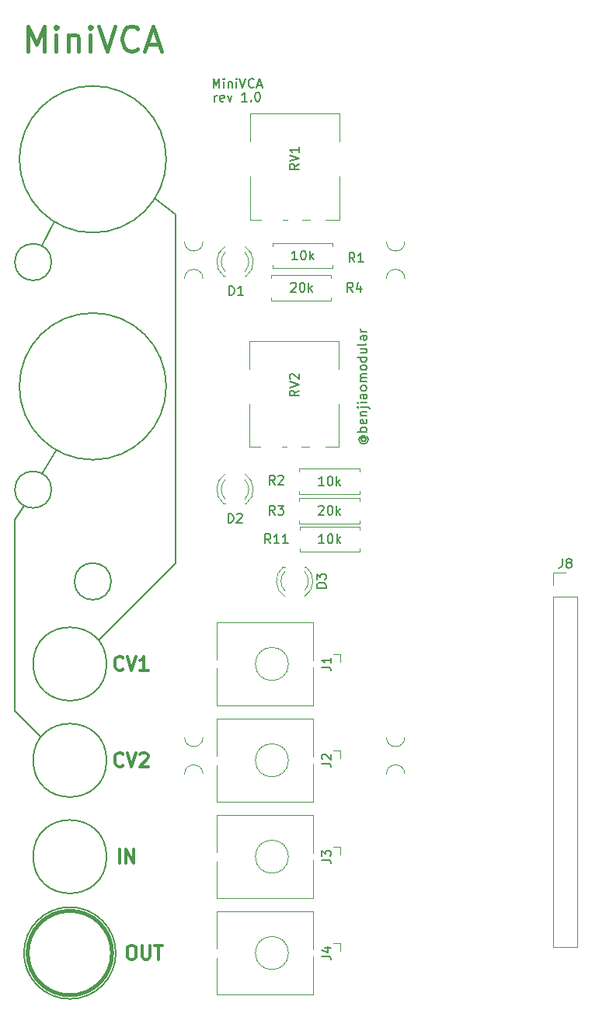
<source format=gbr>
%TF.GenerationSoftware,KiCad,Pcbnew,5.1.9+dfsg1-1~bpo10+1*%
%TF.CreationDate,2021-12-12T16:05:26+08:00*%
%TF.ProjectId,MiniVCA 1.0,4d696e69-5643-4412-9031-2e302e6b6963,rev?*%
%TF.SameCoordinates,Original*%
%TF.FileFunction,Legend,Top*%
%TF.FilePolarity,Positive*%
%FSLAX46Y46*%
G04 Gerber Fmt 4.6, Leading zero omitted, Abs format (unit mm)*
G04 Created by KiCad (PCBNEW 5.1.9+dfsg1-1~bpo10+1) date 2021-12-12 16:05:26*
%MOMM*%
%LPD*%
G01*
G04 APERTURE LIST*
%ADD10C,0.150000*%
%ADD11C,0.200000*%
%ADD12C,0.400000*%
%ADD13C,0.300000*%
%ADD14C,0.100000*%
%ADD15C,0.120000*%
G04 APERTURE END LIST*
D10*
X62503998Y-149500000D02*
G75*
G03*
X62503998Y-149500000I-5003998J0D01*
G01*
D11*
X89376190Y-93347619D02*
X89328571Y-93395238D01*
X89280952Y-93490476D01*
X89280952Y-93585714D01*
X89328571Y-93680952D01*
X89376190Y-93728571D01*
X89471428Y-93776190D01*
X89566666Y-93776190D01*
X89661904Y-93728571D01*
X89709523Y-93680952D01*
X89757142Y-93585714D01*
X89757142Y-93490476D01*
X89709523Y-93395238D01*
X89661904Y-93347619D01*
X89280952Y-93347619D02*
X89661904Y-93347619D01*
X89709523Y-93300000D01*
X89709523Y-93252380D01*
X89661904Y-93157142D01*
X89566666Y-93109523D01*
X89328571Y-93109523D01*
X89185714Y-93204761D01*
X89090476Y-93347619D01*
X89042857Y-93538095D01*
X89090476Y-93728571D01*
X89185714Y-93871428D01*
X89328571Y-93966666D01*
X89519047Y-94014285D01*
X89709523Y-93966666D01*
X89852380Y-93871428D01*
X89947619Y-93728571D01*
X89995238Y-93538095D01*
X89947619Y-93347619D01*
X89852380Y-93204761D01*
X89852380Y-92680952D02*
X88852380Y-92680952D01*
X89233333Y-92680952D02*
X89185714Y-92585714D01*
X89185714Y-92395238D01*
X89233333Y-92300000D01*
X89280952Y-92252380D01*
X89376190Y-92204761D01*
X89661904Y-92204761D01*
X89757142Y-92252380D01*
X89804761Y-92300000D01*
X89852380Y-92395238D01*
X89852380Y-92585714D01*
X89804761Y-92680952D01*
X89804761Y-91395238D02*
X89852380Y-91490476D01*
X89852380Y-91680952D01*
X89804761Y-91776190D01*
X89709523Y-91823809D01*
X89328571Y-91823809D01*
X89233333Y-91776190D01*
X89185714Y-91680952D01*
X89185714Y-91490476D01*
X89233333Y-91395238D01*
X89328571Y-91347619D01*
X89423809Y-91347619D01*
X89519047Y-91823809D01*
X89185714Y-90919047D02*
X89852380Y-90919047D01*
X89280952Y-90919047D02*
X89233333Y-90871428D01*
X89185714Y-90776190D01*
X89185714Y-90633333D01*
X89233333Y-90538095D01*
X89328571Y-90490476D01*
X89852380Y-90490476D01*
X89185714Y-90014285D02*
X90042857Y-90014285D01*
X90138095Y-90061904D01*
X90185714Y-90157142D01*
X90185714Y-90204761D01*
X88852380Y-90014285D02*
X88900000Y-90061904D01*
X88947619Y-90014285D01*
X88900000Y-89966666D01*
X88852380Y-90014285D01*
X88947619Y-90014285D01*
X89852380Y-89538095D02*
X89185714Y-89538095D01*
X88852380Y-89538095D02*
X88900000Y-89585714D01*
X88947619Y-89538095D01*
X88900000Y-89490476D01*
X88852380Y-89538095D01*
X88947619Y-89538095D01*
X89852380Y-88633333D02*
X89328571Y-88633333D01*
X89233333Y-88680952D01*
X89185714Y-88776190D01*
X89185714Y-88966666D01*
X89233333Y-89061904D01*
X89804761Y-88633333D02*
X89852380Y-88728571D01*
X89852380Y-88966666D01*
X89804761Y-89061904D01*
X89709523Y-89109523D01*
X89614285Y-89109523D01*
X89519047Y-89061904D01*
X89471428Y-88966666D01*
X89471428Y-88728571D01*
X89423809Y-88633333D01*
X89852380Y-88014285D02*
X89804761Y-88109523D01*
X89757142Y-88157142D01*
X89661904Y-88204761D01*
X89376190Y-88204761D01*
X89280952Y-88157142D01*
X89233333Y-88109523D01*
X89185714Y-88014285D01*
X89185714Y-87871428D01*
X89233333Y-87776190D01*
X89280952Y-87728571D01*
X89376190Y-87680952D01*
X89661904Y-87680952D01*
X89757142Y-87728571D01*
X89804761Y-87776190D01*
X89852380Y-87871428D01*
X89852380Y-88014285D01*
X89852380Y-87252380D02*
X89185714Y-87252380D01*
X89280952Y-87252380D02*
X89233333Y-87204761D01*
X89185714Y-87109523D01*
X89185714Y-86966666D01*
X89233333Y-86871428D01*
X89328571Y-86823809D01*
X89852380Y-86823809D01*
X89328571Y-86823809D02*
X89233333Y-86776190D01*
X89185714Y-86680952D01*
X89185714Y-86538095D01*
X89233333Y-86442857D01*
X89328571Y-86395238D01*
X89852380Y-86395238D01*
X89852380Y-85776190D02*
X89804761Y-85871428D01*
X89757142Y-85919047D01*
X89661904Y-85966666D01*
X89376190Y-85966666D01*
X89280952Y-85919047D01*
X89233333Y-85871428D01*
X89185714Y-85776190D01*
X89185714Y-85633333D01*
X89233333Y-85538095D01*
X89280952Y-85490476D01*
X89376190Y-85442857D01*
X89661904Y-85442857D01*
X89757142Y-85490476D01*
X89804761Y-85538095D01*
X89852380Y-85633333D01*
X89852380Y-85776190D01*
X89852380Y-84585714D02*
X88852380Y-84585714D01*
X89804761Y-84585714D02*
X89852380Y-84680952D01*
X89852380Y-84871428D01*
X89804761Y-84966666D01*
X89757142Y-85014285D01*
X89661904Y-85061904D01*
X89376190Y-85061904D01*
X89280952Y-85014285D01*
X89233333Y-84966666D01*
X89185714Y-84871428D01*
X89185714Y-84680952D01*
X89233333Y-84585714D01*
X89185714Y-83680952D02*
X89852380Y-83680952D01*
X89185714Y-84109523D02*
X89709523Y-84109523D01*
X89804761Y-84061904D01*
X89852380Y-83966666D01*
X89852380Y-83823809D01*
X89804761Y-83728571D01*
X89757142Y-83680952D01*
X89852380Y-83061904D02*
X89804761Y-83157142D01*
X89709523Y-83204761D01*
X88852380Y-83204761D01*
X89852380Y-82252380D02*
X89328571Y-82252380D01*
X89233333Y-82300000D01*
X89185714Y-82395238D01*
X89185714Y-82585714D01*
X89233333Y-82680952D01*
X89804761Y-82252380D02*
X89852380Y-82347619D01*
X89852380Y-82585714D01*
X89804761Y-82680952D01*
X89709523Y-82728571D01*
X89614285Y-82728571D01*
X89519047Y-82680952D01*
X89471428Y-82585714D01*
X89471428Y-82347619D01*
X89423809Y-82252380D01*
X89852380Y-81776190D02*
X89185714Y-81776190D01*
X89376190Y-81776190D02*
X89280952Y-81728571D01*
X89233333Y-81680952D01*
X89185714Y-81585714D01*
X89185714Y-81490476D01*
D10*
X73130952Y-55202380D02*
X73130952Y-54202380D01*
X73464285Y-54916666D01*
X73797619Y-54202380D01*
X73797619Y-55202380D01*
X74273809Y-55202380D02*
X74273809Y-54535714D01*
X74273809Y-54202380D02*
X74226190Y-54250000D01*
X74273809Y-54297619D01*
X74321428Y-54250000D01*
X74273809Y-54202380D01*
X74273809Y-54297619D01*
X74750000Y-54535714D02*
X74750000Y-55202380D01*
X74750000Y-54630952D02*
X74797619Y-54583333D01*
X74892857Y-54535714D01*
X75035714Y-54535714D01*
X75130952Y-54583333D01*
X75178571Y-54678571D01*
X75178571Y-55202380D01*
X75654761Y-55202380D02*
X75654761Y-54535714D01*
X75654761Y-54202380D02*
X75607142Y-54250000D01*
X75654761Y-54297619D01*
X75702380Y-54250000D01*
X75654761Y-54202380D01*
X75654761Y-54297619D01*
X75988095Y-54202380D02*
X76321428Y-55202380D01*
X76654761Y-54202380D01*
X77559523Y-55107142D02*
X77511904Y-55154761D01*
X77369047Y-55202380D01*
X77273809Y-55202380D01*
X77130952Y-55154761D01*
X77035714Y-55059523D01*
X76988095Y-54964285D01*
X76940476Y-54773809D01*
X76940476Y-54630952D01*
X76988095Y-54440476D01*
X77035714Y-54345238D01*
X77130952Y-54250000D01*
X77273809Y-54202380D01*
X77369047Y-54202380D01*
X77511904Y-54250000D01*
X77559523Y-54297619D01*
X77940476Y-54916666D02*
X78416666Y-54916666D01*
X77845238Y-55202380D02*
X78178571Y-54202380D01*
X78511904Y-55202380D01*
X69000000Y-107000000D02*
X60600000Y-115400000D01*
X69000000Y-87300000D02*
X69000000Y-107000000D01*
X69000000Y-69000000D02*
X66800000Y-67300000D01*
X69000000Y-87300000D02*
X69000000Y-69000000D01*
X51500000Y-102250000D02*
X52500000Y-100750000D01*
X51500000Y-123100000D02*
X51500000Y-102250000D01*
X54400000Y-126000000D02*
X51500000Y-123100000D01*
X73297619Y-56702380D02*
X73297619Y-56035714D01*
X73297619Y-56226190D02*
X73345238Y-56130952D01*
X73392857Y-56083333D01*
X73488095Y-56035714D01*
X73583333Y-56035714D01*
X74297619Y-56654761D02*
X74202380Y-56702380D01*
X74011904Y-56702380D01*
X73916666Y-56654761D01*
X73869047Y-56559523D01*
X73869047Y-56178571D01*
X73916666Y-56083333D01*
X74011904Y-56035714D01*
X74202380Y-56035714D01*
X74297619Y-56083333D01*
X74345238Y-56178571D01*
X74345238Y-56273809D01*
X73869047Y-56369047D01*
X74678571Y-56035714D02*
X74916666Y-56702380D01*
X75154761Y-56035714D01*
X76821428Y-56702380D02*
X76250000Y-56702380D01*
X76535714Y-56702380D02*
X76535714Y-55702380D01*
X76440476Y-55845238D01*
X76345238Y-55940476D01*
X76250000Y-55988095D01*
X77250000Y-56607142D02*
X77297619Y-56654761D01*
X77250000Y-56702380D01*
X77202380Y-56654761D01*
X77250000Y-56607142D01*
X77250000Y-56702380D01*
X77916666Y-55702380D02*
X78011904Y-55702380D01*
X78107142Y-55750000D01*
X78154761Y-55797619D01*
X78202380Y-55892857D01*
X78250000Y-56083333D01*
X78250000Y-56321428D01*
X78202380Y-56511904D01*
X78154761Y-56607142D01*
X78107142Y-56654761D01*
X78011904Y-56702380D01*
X77916666Y-56702380D01*
X77821428Y-56654761D01*
X77773809Y-56607142D01*
X77726190Y-56511904D01*
X77678571Y-56321428D01*
X77678571Y-56083333D01*
X77726190Y-55892857D01*
X77773809Y-55797619D01*
X77821428Y-55750000D01*
X77916666Y-55702380D01*
D12*
X62101087Y-149500000D02*
G75*
G03*
X62101087Y-149500000I-4601087J0D01*
G01*
D10*
X61500000Y-139000000D02*
G75*
G03*
X61500000Y-139000000I-4000000J0D01*
G01*
X61500000Y-128500000D02*
G75*
G03*
X61500000Y-128500000I-4000000J0D01*
G01*
X61500000Y-118000000D02*
G75*
G03*
X61500000Y-118000000I-4000000J0D01*
G01*
X62000000Y-109000000D02*
G75*
G03*
X62000000Y-109000000I-2000000J0D01*
G01*
X54450000Y-72400000D02*
X55800000Y-69800000D01*
X54500000Y-97250000D02*
X56000000Y-94750000D01*
X68000000Y-87750000D02*
G75*
G03*
X68000000Y-87750000I-8000000J0D01*
G01*
X68000000Y-63000000D02*
G75*
G03*
X68000000Y-63000000I-8000000J0D01*
G01*
X55500000Y-74200000D02*
G75*
G03*
X55500000Y-74200000I-2000000J0D01*
G01*
X55500000Y-99000000D02*
G75*
G03*
X55500000Y-99000000I-2000000J0D01*
G01*
D13*
X64100000Y-148678571D02*
X64385714Y-148678571D01*
X64528571Y-148750000D01*
X64671428Y-148892857D01*
X64742857Y-149178571D01*
X64742857Y-149678571D01*
X64671428Y-149964285D01*
X64528571Y-150107142D01*
X64385714Y-150178571D01*
X64100000Y-150178571D01*
X63957142Y-150107142D01*
X63814285Y-149964285D01*
X63742857Y-149678571D01*
X63742857Y-149178571D01*
X63814285Y-148892857D01*
X63957142Y-148750000D01*
X64100000Y-148678571D01*
X65385714Y-148678571D02*
X65385714Y-149892857D01*
X65457142Y-150035714D01*
X65528571Y-150107142D01*
X65671428Y-150178571D01*
X65957142Y-150178571D01*
X66100000Y-150107142D01*
X66171428Y-150035714D01*
X66242857Y-149892857D01*
X66242857Y-148678571D01*
X66742857Y-148678571D02*
X67600000Y-148678571D01*
X67171428Y-150178571D02*
X67171428Y-148678571D01*
X62914285Y-139678571D02*
X62914285Y-138178571D01*
X63628571Y-139678571D02*
X63628571Y-138178571D01*
X64485714Y-139678571D01*
X64485714Y-138178571D01*
X63307142Y-129035714D02*
X63235714Y-129107142D01*
X63021428Y-129178571D01*
X62878571Y-129178571D01*
X62664285Y-129107142D01*
X62521428Y-128964285D01*
X62450000Y-128821428D01*
X62378571Y-128535714D01*
X62378571Y-128321428D01*
X62450000Y-128035714D01*
X62521428Y-127892857D01*
X62664285Y-127750000D01*
X62878571Y-127678571D01*
X63021428Y-127678571D01*
X63235714Y-127750000D01*
X63307142Y-127821428D01*
X63735714Y-127678571D02*
X64235714Y-129178571D01*
X64735714Y-127678571D01*
X65164285Y-127821428D02*
X65235714Y-127750000D01*
X65378571Y-127678571D01*
X65735714Y-127678571D01*
X65878571Y-127750000D01*
X65950000Y-127821428D01*
X66021428Y-127964285D01*
X66021428Y-128107142D01*
X65950000Y-128321428D01*
X65092857Y-129178571D01*
X66021428Y-129178571D01*
X63307142Y-118535714D02*
X63235714Y-118607142D01*
X63021428Y-118678571D01*
X62878571Y-118678571D01*
X62664285Y-118607142D01*
X62521428Y-118464285D01*
X62450000Y-118321428D01*
X62378571Y-118035714D01*
X62378571Y-117821428D01*
X62450000Y-117535714D01*
X62521428Y-117392857D01*
X62664285Y-117250000D01*
X62878571Y-117178571D01*
X63021428Y-117178571D01*
X63235714Y-117250000D01*
X63307142Y-117321428D01*
X63735714Y-117178571D02*
X64235714Y-118678571D01*
X64735714Y-117178571D01*
X66021428Y-118678571D02*
X65164285Y-118678571D01*
X65592857Y-118678571D02*
X65592857Y-117178571D01*
X65450000Y-117392857D01*
X65307142Y-117535714D01*
X65164285Y-117607142D01*
D12*
X52928571Y-51221428D02*
X52928571Y-48521428D01*
X53828571Y-50450000D01*
X54728571Y-48521428D01*
X54728571Y-51221428D01*
X56014285Y-51221428D02*
X56014285Y-49421428D01*
X56014285Y-48521428D02*
X55885714Y-48650000D01*
X56014285Y-48778571D01*
X56142857Y-48650000D01*
X56014285Y-48521428D01*
X56014285Y-48778571D01*
X57300000Y-49421428D02*
X57300000Y-51221428D01*
X57300000Y-49678571D02*
X57428571Y-49550000D01*
X57685714Y-49421428D01*
X58071428Y-49421428D01*
X58328571Y-49550000D01*
X58457142Y-49807142D01*
X58457142Y-51221428D01*
X59742857Y-51221428D02*
X59742857Y-49421428D01*
X59742857Y-48521428D02*
X59614285Y-48650000D01*
X59742857Y-48778571D01*
X59871428Y-48650000D01*
X59742857Y-48521428D01*
X59742857Y-48778571D01*
X60642857Y-48521428D02*
X61542857Y-51221428D01*
X62442857Y-48521428D01*
X64885714Y-50964285D02*
X64757142Y-51092857D01*
X64371428Y-51221428D01*
X64114285Y-51221428D01*
X63728571Y-51092857D01*
X63471428Y-50835714D01*
X63342857Y-50578571D01*
X63214285Y-50064285D01*
X63214285Y-49678571D01*
X63342857Y-49164285D01*
X63471428Y-48907142D01*
X63728571Y-48650000D01*
X64114285Y-48521428D01*
X64371428Y-48521428D01*
X64757142Y-48650000D01*
X64885714Y-48778571D01*
X65914285Y-50450000D02*
X67200000Y-50450000D01*
X65657142Y-51221428D02*
X66557142Y-48521428D01*
X67457142Y-51221428D01*
D14*
%TO.C,REF\u002A\u002A*%
X92000000Y-126000000D02*
G75*
G03*
X94000000Y-126000000I1000000J0D01*
G01*
X94000000Y-130000000D02*
G75*
G03*
X92000000Y-130000000I-1000000J0D01*
G01*
X92000000Y-72000000D02*
G75*
G03*
X94000000Y-72000000I1000000J0D01*
G01*
X94000000Y-76000000D02*
G75*
G03*
X92000000Y-76000000I-1000000J0D01*
G01*
X70000000Y-126000000D02*
G75*
G03*
X72000000Y-126000000I1000000J0D01*
G01*
X72000000Y-130000000D02*
G75*
G03*
X70000000Y-130000000I-1000000J0D01*
G01*
X70000000Y-72000000D02*
G75*
G03*
X72000000Y-72000000I1000000J0D01*
G01*
X72000000Y-76000000D02*
G75*
G03*
X70000000Y-76000000I-1000000J0D01*
G01*
D15*
%TO.C,D1*%
X74264000Y-75740000D02*
X74420000Y-75740000D01*
X76580000Y-75740000D02*
X76736000Y-75740000D01*
X74421392Y-72507665D02*
G75*
G03*
X74264484Y-75740000I1078608J-1672335D01*
G01*
X76578608Y-72507665D02*
G75*
G02*
X76735516Y-75740000I-1078608J-1672335D01*
G01*
X74420163Y-73138870D02*
G75*
G03*
X74420000Y-75220961I1079837J-1041130D01*
G01*
X76579837Y-73138870D02*
G75*
G02*
X76580000Y-75220961I-1079837J-1041130D01*
G01*
%TO.C,D2*%
X76580000Y-100540000D02*
X76736000Y-100540000D01*
X74264000Y-100540000D02*
X74420000Y-100540000D01*
X76579837Y-97938870D02*
G75*
G02*
X76580000Y-100020961I-1079837J-1041130D01*
G01*
X74420163Y-97938870D02*
G75*
G03*
X74420000Y-100020961I1079837J-1041130D01*
G01*
X76578608Y-97307665D02*
G75*
G02*
X76735516Y-100540000I-1078608J-1672335D01*
G01*
X74421392Y-97307665D02*
G75*
G03*
X74264484Y-100540000I1078608J-1672335D01*
G01*
%TO.C,J1*%
X87000000Y-116940000D02*
X86200000Y-116940000D01*
X84020000Y-122500000D02*
X73520000Y-122500000D01*
X84020000Y-122500000D02*
X84020000Y-118350000D01*
X84020000Y-117650000D02*
X84020000Y-113500000D01*
X81320000Y-118000000D02*
G75*
G03*
X81320000Y-118000000I-1800000J0D01*
G01*
X84020000Y-113500000D02*
X73520000Y-113500000D01*
X73520000Y-122500000D02*
X73520000Y-118500000D01*
X73520000Y-117500000D02*
X73520000Y-113500000D01*
X87000000Y-116940000D02*
X87000000Y-117800000D01*
%TO.C,J2*%
X87000000Y-127440000D02*
X87000000Y-128300000D01*
X73520000Y-128000000D02*
X73520000Y-124000000D01*
X73520000Y-133000000D02*
X73520000Y-129000000D01*
X84020000Y-124000000D02*
X73520000Y-124000000D01*
X81320000Y-128500000D02*
G75*
G03*
X81320000Y-128500000I-1800000J0D01*
G01*
X84020000Y-128150000D02*
X84020000Y-124000000D01*
X84020000Y-133000000D02*
X84020000Y-128850000D01*
X84020000Y-133000000D02*
X73520000Y-133000000D01*
X87000000Y-127440000D02*
X86200000Y-127440000D01*
%TO.C,J3*%
X87000000Y-137940000D02*
X86200000Y-137940000D01*
X84020000Y-143500000D02*
X73520000Y-143500000D01*
X84020000Y-143500000D02*
X84020000Y-139350000D01*
X84020000Y-138650000D02*
X84020000Y-134500000D01*
X81320000Y-139000000D02*
G75*
G03*
X81320000Y-139000000I-1800000J0D01*
G01*
X84020000Y-134500000D02*
X73520000Y-134500000D01*
X73520000Y-143500000D02*
X73520000Y-139500000D01*
X73520000Y-138500000D02*
X73520000Y-134500000D01*
X87000000Y-137940000D02*
X87000000Y-138800000D01*
%TO.C,J4*%
X87000000Y-148440000D02*
X87000000Y-149300000D01*
X73520000Y-149000000D02*
X73520000Y-145000000D01*
X73520000Y-154000000D02*
X73520000Y-150000000D01*
X84020000Y-145000000D02*
X73520000Y-145000000D01*
X81320000Y-149500000D02*
G75*
G03*
X81320000Y-149500000I-1800000J0D01*
G01*
X84020000Y-149150000D02*
X84020000Y-145000000D01*
X84020000Y-154000000D02*
X84020000Y-149850000D01*
X84020000Y-154000000D02*
X73520000Y-154000000D01*
X87000000Y-148440000D02*
X86200000Y-148440000D01*
%TO.C,R1*%
X86160000Y-74540000D02*
X86160000Y-74870000D01*
X86160000Y-74870000D02*
X79620000Y-74870000D01*
X79620000Y-74870000D02*
X79620000Y-74540000D01*
X86160000Y-72460000D02*
X86160000Y-72130000D01*
X86160000Y-72130000D02*
X79620000Y-72130000D01*
X79620000Y-72130000D02*
X79620000Y-72460000D01*
%TO.C,R2*%
X89060000Y-99140000D02*
X89060000Y-99470000D01*
X89060000Y-99470000D02*
X82520000Y-99470000D01*
X82520000Y-99470000D02*
X82520000Y-99140000D01*
X89060000Y-97060000D02*
X89060000Y-96730000D01*
X89060000Y-96730000D02*
X82520000Y-96730000D01*
X82520000Y-96730000D02*
X82520000Y-97060000D01*
%TO.C,R3*%
X89060000Y-102340000D02*
X89060000Y-102670000D01*
X89060000Y-102670000D02*
X82520000Y-102670000D01*
X82520000Y-102670000D02*
X82520000Y-102340000D01*
X89060000Y-100260000D02*
X89060000Y-99930000D01*
X89060000Y-99930000D02*
X82520000Y-99930000D01*
X82520000Y-99930000D02*
X82520000Y-100260000D01*
%TO.C,R4*%
X85960000Y-78040000D02*
X85960000Y-78370000D01*
X85960000Y-78370000D02*
X79420000Y-78370000D01*
X79420000Y-78370000D02*
X79420000Y-78040000D01*
X85960000Y-75960000D02*
X85960000Y-75630000D01*
X85960000Y-75630000D02*
X79420000Y-75630000D01*
X79420000Y-75630000D02*
X79420000Y-75960000D01*
%TO.C,RV1*%
X81210000Y-69620000D02*
X80680000Y-69620000D01*
X77130000Y-61090000D02*
X77130000Y-58030000D01*
X77120000Y-69620000D02*
X77120000Y-64900000D01*
X86870000Y-61090000D02*
X86870000Y-58030000D01*
X86870000Y-58030000D02*
X77130000Y-58030000D01*
X78310000Y-69620000D02*
X77130000Y-69620000D01*
X83660000Y-69620000D02*
X82830000Y-69620000D01*
X86870000Y-69620000D02*
X85380000Y-69620000D01*
X86870000Y-69620000D02*
X86870000Y-64900000D01*
%TO.C,RV2*%
X86820000Y-94370000D02*
X86820000Y-89650000D01*
X86820000Y-94370000D02*
X85330000Y-94370000D01*
X83610000Y-94370000D02*
X82780000Y-94370000D01*
X78260000Y-94370000D02*
X77080000Y-94370000D01*
X86820000Y-82780000D02*
X77080000Y-82780000D01*
X86820000Y-85840000D02*
X86820000Y-82780000D01*
X77070000Y-94370000D02*
X77070000Y-89650000D01*
X77080000Y-85840000D02*
X77080000Y-82780000D01*
X81160000Y-94370000D02*
X80630000Y-94370000D01*
%TO.C,D3*%
X83236000Y-107410000D02*
X83080000Y-107410000D01*
X80920000Y-107410000D02*
X80764000Y-107410000D01*
X83078608Y-110642335D02*
G75*
G03*
X83235516Y-107410000I-1078608J1672335D01*
G01*
X80921392Y-110642335D02*
G75*
G02*
X80764484Y-107410000I1078608J1672335D01*
G01*
X83079837Y-110011130D02*
G75*
G03*
X83080000Y-107929039I-1079837J1041130D01*
G01*
X80920163Y-110011130D02*
G75*
G02*
X80920000Y-107929039I1079837J1041130D01*
G01*
%TO.C,R11*%
X82540000Y-103360000D02*
X82540000Y-103030000D01*
X82540000Y-103030000D02*
X89080000Y-103030000D01*
X89080000Y-103030000D02*
X89080000Y-103360000D01*
X82540000Y-105440000D02*
X82540000Y-105770000D01*
X82540000Y-105770000D02*
X89080000Y-105770000D01*
X89080000Y-105770000D02*
X89080000Y-105440000D01*
%TO.C,J8*%
X110170000Y-148830000D02*
X112830000Y-148830000D01*
X110170000Y-110670000D02*
X110170000Y-148830000D01*
X112830000Y-110670000D02*
X112830000Y-148830000D01*
X110170000Y-110670000D02*
X112830000Y-110670000D01*
X110170000Y-109400000D02*
X110170000Y-108070000D01*
X110170000Y-108070000D02*
X111500000Y-108070000D01*
%TO.C,D1*%
D10*
X74861904Y-77802380D02*
X74861904Y-76802380D01*
X75100000Y-76802380D01*
X75242857Y-76850000D01*
X75338095Y-76945238D01*
X75385714Y-77040476D01*
X75433333Y-77230952D01*
X75433333Y-77373809D01*
X75385714Y-77564285D01*
X75338095Y-77659523D01*
X75242857Y-77754761D01*
X75100000Y-77802380D01*
X74861904Y-77802380D01*
X76385714Y-77802380D02*
X75814285Y-77802380D01*
X76100000Y-77802380D02*
X76100000Y-76802380D01*
X76004761Y-76945238D01*
X75909523Y-77040476D01*
X75814285Y-77088095D01*
%TO.C,D2*%
X74761904Y-102602380D02*
X74761904Y-101602380D01*
X75000000Y-101602380D01*
X75142857Y-101650000D01*
X75238095Y-101745238D01*
X75285714Y-101840476D01*
X75333333Y-102030952D01*
X75333333Y-102173809D01*
X75285714Y-102364285D01*
X75238095Y-102459523D01*
X75142857Y-102554761D01*
X75000000Y-102602380D01*
X74761904Y-102602380D01*
X75714285Y-101697619D02*
X75761904Y-101650000D01*
X75857142Y-101602380D01*
X76095238Y-101602380D01*
X76190476Y-101650000D01*
X76238095Y-101697619D01*
X76285714Y-101792857D01*
X76285714Y-101888095D01*
X76238095Y-102030952D01*
X75666666Y-102602380D01*
X76285714Y-102602380D01*
%TO.C,J1*%
X84952380Y-118333333D02*
X85666666Y-118333333D01*
X85809523Y-118380952D01*
X85904761Y-118476190D01*
X85952380Y-118619047D01*
X85952380Y-118714285D01*
X85952380Y-117333333D02*
X85952380Y-117904761D01*
X85952380Y-117619047D02*
X84952380Y-117619047D01*
X85095238Y-117714285D01*
X85190476Y-117809523D01*
X85238095Y-117904761D01*
%TO.C,J2*%
X84952380Y-128833333D02*
X85666666Y-128833333D01*
X85809523Y-128880952D01*
X85904761Y-128976190D01*
X85952380Y-129119047D01*
X85952380Y-129214285D01*
X85047619Y-128404761D02*
X85000000Y-128357142D01*
X84952380Y-128261904D01*
X84952380Y-128023809D01*
X85000000Y-127928571D01*
X85047619Y-127880952D01*
X85142857Y-127833333D01*
X85238095Y-127833333D01*
X85380952Y-127880952D01*
X85952380Y-128452380D01*
X85952380Y-127833333D01*
%TO.C,J3*%
X84952380Y-139333333D02*
X85666666Y-139333333D01*
X85809523Y-139380952D01*
X85904761Y-139476190D01*
X85952380Y-139619047D01*
X85952380Y-139714285D01*
X84952380Y-138952380D02*
X84952380Y-138333333D01*
X85333333Y-138666666D01*
X85333333Y-138523809D01*
X85380952Y-138428571D01*
X85428571Y-138380952D01*
X85523809Y-138333333D01*
X85761904Y-138333333D01*
X85857142Y-138380952D01*
X85904761Y-138428571D01*
X85952380Y-138523809D01*
X85952380Y-138809523D01*
X85904761Y-138904761D01*
X85857142Y-138952380D01*
%TO.C,J4*%
X84952380Y-149833333D02*
X85666666Y-149833333D01*
X85809523Y-149880952D01*
X85904761Y-149976190D01*
X85952380Y-150119047D01*
X85952380Y-150214285D01*
X85285714Y-148928571D02*
X85952380Y-148928571D01*
X84904761Y-149166666D02*
X85619047Y-149404761D01*
X85619047Y-148785714D01*
%TO.C,R1*%
X88533333Y-74202380D02*
X88200000Y-73726190D01*
X87961904Y-74202380D02*
X87961904Y-73202380D01*
X88342857Y-73202380D01*
X88438095Y-73250000D01*
X88485714Y-73297619D01*
X88533333Y-73392857D01*
X88533333Y-73535714D01*
X88485714Y-73630952D01*
X88438095Y-73678571D01*
X88342857Y-73726190D01*
X87961904Y-73726190D01*
X89485714Y-74202380D02*
X88914285Y-74202380D01*
X89200000Y-74202380D02*
X89200000Y-73202380D01*
X89104761Y-73345238D01*
X89009523Y-73440476D01*
X88914285Y-73488095D01*
X82294761Y-73952380D02*
X81723333Y-73952380D01*
X82009047Y-73952380D02*
X82009047Y-72952380D01*
X81913809Y-73095238D01*
X81818571Y-73190476D01*
X81723333Y-73238095D01*
X82913809Y-72952380D02*
X83009047Y-72952380D01*
X83104285Y-73000000D01*
X83151904Y-73047619D01*
X83199523Y-73142857D01*
X83247142Y-73333333D01*
X83247142Y-73571428D01*
X83199523Y-73761904D01*
X83151904Y-73857142D01*
X83104285Y-73904761D01*
X83009047Y-73952380D01*
X82913809Y-73952380D01*
X82818571Y-73904761D01*
X82770952Y-73857142D01*
X82723333Y-73761904D01*
X82675714Y-73571428D01*
X82675714Y-73333333D01*
X82723333Y-73142857D01*
X82770952Y-73047619D01*
X82818571Y-73000000D01*
X82913809Y-72952380D01*
X83675714Y-73952380D02*
X83675714Y-72952380D01*
X83770952Y-73571428D02*
X84056666Y-73952380D01*
X84056666Y-73285714D02*
X83675714Y-73666666D01*
%TO.C,R2*%
X79833333Y-98452380D02*
X79500000Y-97976190D01*
X79261904Y-98452380D02*
X79261904Y-97452380D01*
X79642857Y-97452380D01*
X79738095Y-97500000D01*
X79785714Y-97547619D01*
X79833333Y-97642857D01*
X79833333Y-97785714D01*
X79785714Y-97880952D01*
X79738095Y-97928571D01*
X79642857Y-97976190D01*
X79261904Y-97976190D01*
X80214285Y-97547619D02*
X80261904Y-97500000D01*
X80357142Y-97452380D01*
X80595238Y-97452380D01*
X80690476Y-97500000D01*
X80738095Y-97547619D01*
X80785714Y-97642857D01*
X80785714Y-97738095D01*
X80738095Y-97880952D01*
X80166666Y-98452380D01*
X80785714Y-98452380D01*
X85194761Y-98552380D02*
X84623333Y-98552380D01*
X84909047Y-98552380D02*
X84909047Y-97552380D01*
X84813809Y-97695238D01*
X84718571Y-97790476D01*
X84623333Y-97838095D01*
X85813809Y-97552380D02*
X85909047Y-97552380D01*
X86004285Y-97600000D01*
X86051904Y-97647619D01*
X86099523Y-97742857D01*
X86147142Y-97933333D01*
X86147142Y-98171428D01*
X86099523Y-98361904D01*
X86051904Y-98457142D01*
X86004285Y-98504761D01*
X85909047Y-98552380D01*
X85813809Y-98552380D01*
X85718571Y-98504761D01*
X85670952Y-98457142D01*
X85623333Y-98361904D01*
X85575714Y-98171428D01*
X85575714Y-97933333D01*
X85623333Y-97742857D01*
X85670952Y-97647619D01*
X85718571Y-97600000D01*
X85813809Y-97552380D01*
X86575714Y-98552380D02*
X86575714Y-97552380D01*
X86670952Y-98171428D02*
X86956666Y-98552380D01*
X86956666Y-97885714D02*
X86575714Y-98266666D01*
%TO.C,R3*%
X79833333Y-101752380D02*
X79500000Y-101276190D01*
X79261904Y-101752380D02*
X79261904Y-100752380D01*
X79642857Y-100752380D01*
X79738095Y-100800000D01*
X79785714Y-100847619D01*
X79833333Y-100942857D01*
X79833333Y-101085714D01*
X79785714Y-101180952D01*
X79738095Y-101228571D01*
X79642857Y-101276190D01*
X79261904Y-101276190D01*
X80166666Y-100752380D02*
X80785714Y-100752380D01*
X80452380Y-101133333D01*
X80595238Y-101133333D01*
X80690476Y-101180952D01*
X80738095Y-101228571D01*
X80785714Y-101323809D01*
X80785714Y-101561904D01*
X80738095Y-101657142D01*
X80690476Y-101704761D01*
X80595238Y-101752380D01*
X80309523Y-101752380D01*
X80214285Y-101704761D01*
X80166666Y-101657142D01*
X84623333Y-100847619D02*
X84670952Y-100800000D01*
X84766190Y-100752380D01*
X85004285Y-100752380D01*
X85099523Y-100800000D01*
X85147142Y-100847619D01*
X85194761Y-100942857D01*
X85194761Y-101038095D01*
X85147142Y-101180952D01*
X84575714Y-101752380D01*
X85194761Y-101752380D01*
X85813809Y-100752380D02*
X85909047Y-100752380D01*
X86004285Y-100800000D01*
X86051904Y-100847619D01*
X86099523Y-100942857D01*
X86147142Y-101133333D01*
X86147142Y-101371428D01*
X86099523Y-101561904D01*
X86051904Y-101657142D01*
X86004285Y-101704761D01*
X85909047Y-101752380D01*
X85813809Y-101752380D01*
X85718571Y-101704761D01*
X85670952Y-101657142D01*
X85623333Y-101561904D01*
X85575714Y-101371428D01*
X85575714Y-101133333D01*
X85623333Y-100942857D01*
X85670952Y-100847619D01*
X85718571Y-100800000D01*
X85813809Y-100752380D01*
X86575714Y-101752380D02*
X86575714Y-100752380D01*
X86670952Y-101371428D02*
X86956666Y-101752380D01*
X86956666Y-101085714D02*
X86575714Y-101466666D01*
%TO.C,R4*%
X88333333Y-77452380D02*
X88000000Y-76976190D01*
X87761904Y-77452380D02*
X87761904Y-76452380D01*
X88142857Y-76452380D01*
X88238095Y-76500000D01*
X88285714Y-76547619D01*
X88333333Y-76642857D01*
X88333333Y-76785714D01*
X88285714Y-76880952D01*
X88238095Y-76928571D01*
X88142857Y-76976190D01*
X87761904Y-76976190D01*
X89190476Y-76785714D02*
X89190476Y-77452380D01*
X88952380Y-76404761D02*
X88714285Y-77119047D01*
X89333333Y-77119047D01*
X81583333Y-76547619D02*
X81630952Y-76500000D01*
X81726190Y-76452380D01*
X81964285Y-76452380D01*
X82059523Y-76500000D01*
X82107142Y-76547619D01*
X82154761Y-76642857D01*
X82154761Y-76738095D01*
X82107142Y-76880952D01*
X81535714Y-77452380D01*
X82154761Y-77452380D01*
X82773809Y-76452380D02*
X82869047Y-76452380D01*
X82964285Y-76500000D01*
X83011904Y-76547619D01*
X83059523Y-76642857D01*
X83107142Y-76833333D01*
X83107142Y-77071428D01*
X83059523Y-77261904D01*
X83011904Y-77357142D01*
X82964285Y-77404761D01*
X82869047Y-77452380D01*
X82773809Y-77452380D01*
X82678571Y-77404761D01*
X82630952Y-77357142D01*
X82583333Y-77261904D01*
X82535714Y-77071428D01*
X82535714Y-76833333D01*
X82583333Y-76642857D01*
X82630952Y-76547619D01*
X82678571Y-76500000D01*
X82773809Y-76452380D01*
X83535714Y-77452380D02*
X83535714Y-76452380D01*
X83630952Y-77071428D02*
X83916666Y-77452380D01*
X83916666Y-76785714D02*
X83535714Y-77166666D01*
%TO.C,RV1*%
X82452380Y-63495238D02*
X81976190Y-63828571D01*
X82452380Y-64066666D02*
X81452380Y-64066666D01*
X81452380Y-63685714D01*
X81500000Y-63590476D01*
X81547619Y-63542857D01*
X81642857Y-63495238D01*
X81785714Y-63495238D01*
X81880952Y-63542857D01*
X81928571Y-63590476D01*
X81976190Y-63685714D01*
X81976190Y-64066666D01*
X81452380Y-63209523D02*
X82452380Y-62876190D01*
X81452380Y-62542857D01*
X82452380Y-61685714D02*
X82452380Y-62257142D01*
X82452380Y-61971428D02*
X81452380Y-61971428D01*
X81595238Y-62066666D01*
X81690476Y-62161904D01*
X81738095Y-62257142D01*
%TO.C,RV2*%
X82452380Y-88195238D02*
X81976190Y-88528571D01*
X82452380Y-88766666D02*
X81452380Y-88766666D01*
X81452380Y-88385714D01*
X81500000Y-88290476D01*
X81547619Y-88242857D01*
X81642857Y-88195238D01*
X81785714Y-88195238D01*
X81880952Y-88242857D01*
X81928571Y-88290476D01*
X81976190Y-88385714D01*
X81976190Y-88766666D01*
X81452380Y-87909523D02*
X82452380Y-87576190D01*
X81452380Y-87242857D01*
X81547619Y-86957142D02*
X81500000Y-86909523D01*
X81452380Y-86814285D01*
X81452380Y-86576190D01*
X81500000Y-86480952D01*
X81547619Y-86433333D01*
X81642857Y-86385714D01*
X81738095Y-86385714D01*
X81880952Y-86433333D01*
X82452380Y-87004761D01*
X82452380Y-86385714D01*
%TO.C,D3*%
X85412380Y-109708095D02*
X84412380Y-109708095D01*
X84412380Y-109470000D01*
X84460000Y-109327142D01*
X84555238Y-109231904D01*
X84650476Y-109184285D01*
X84840952Y-109136666D01*
X84983809Y-109136666D01*
X85174285Y-109184285D01*
X85269523Y-109231904D01*
X85364761Y-109327142D01*
X85412380Y-109470000D01*
X85412380Y-109708095D01*
X84412380Y-108803333D02*
X84412380Y-108184285D01*
X84793333Y-108517619D01*
X84793333Y-108374761D01*
X84840952Y-108279523D01*
X84888571Y-108231904D01*
X84983809Y-108184285D01*
X85221904Y-108184285D01*
X85317142Y-108231904D01*
X85364761Y-108279523D01*
X85412380Y-108374761D01*
X85412380Y-108660476D01*
X85364761Y-108755714D01*
X85317142Y-108803333D01*
%TO.C,R11*%
X79357142Y-104852380D02*
X79023809Y-104376190D01*
X78785714Y-104852380D02*
X78785714Y-103852380D01*
X79166666Y-103852380D01*
X79261904Y-103900000D01*
X79309523Y-103947619D01*
X79357142Y-104042857D01*
X79357142Y-104185714D01*
X79309523Y-104280952D01*
X79261904Y-104328571D01*
X79166666Y-104376190D01*
X78785714Y-104376190D01*
X80309523Y-104852380D02*
X79738095Y-104852380D01*
X80023809Y-104852380D02*
X80023809Y-103852380D01*
X79928571Y-103995238D01*
X79833333Y-104090476D01*
X79738095Y-104138095D01*
X81261904Y-104852380D02*
X80690476Y-104852380D01*
X80976190Y-104852380D02*
X80976190Y-103852380D01*
X80880952Y-103995238D01*
X80785714Y-104090476D01*
X80690476Y-104138095D01*
X85214761Y-104852380D02*
X84643333Y-104852380D01*
X84929047Y-104852380D02*
X84929047Y-103852380D01*
X84833809Y-103995238D01*
X84738571Y-104090476D01*
X84643333Y-104138095D01*
X85833809Y-103852380D02*
X85929047Y-103852380D01*
X86024285Y-103900000D01*
X86071904Y-103947619D01*
X86119523Y-104042857D01*
X86167142Y-104233333D01*
X86167142Y-104471428D01*
X86119523Y-104661904D01*
X86071904Y-104757142D01*
X86024285Y-104804761D01*
X85929047Y-104852380D01*
X85833809Y-104852380D01*
X85738571Y-104804761D01*
X85690952Y-104757142D01*
X85643333Y-104661904D01*
X85595714Y-104471428D01*
X85595714Y-104233333D01*
X85643333Y-104042857D01*
X85690952Y-103947619D01*
X85738571Y-103900000D01*
X85833809Y-103852380D01*
X86595714Y-104852380D02*
X86595714Y-103852380D01*
X86690952Y-104471428D02*
X86976666Y-104852380D01*
X86976666Y-104185714D02*
X86595714Y-104566666D01*
%TO.C,J8*%
X111166666Y-106522380D02*
X111166666Y-107236666D01*
X111119047Y-107379523D01*
X111023809Y-107474761D01*
X110880952Y-107522380D01*
X110785714Y-107522380D01*
X111785714Y-106950952D02*
X111690476Y-106903333D01*
X111642857Y-106855714D01*
X111595238Y-106760476D01*
X111595238Y-106712857D01*
X111642857Y-106617619D01*
X111690476Y-106570000D01*
X111785714Y-106522380D01*
X111976190Y-106522380D01*
X112071428Y-106570000D01*
X112119047Y-106617619D01*
X112166666Y-106712857D01*
X112166666Y-106760476D01*
X112119047Y-106855714D01*
X112071428Y-106903333D01*
X111976190Y-106950952D01*
X111785714Y-106950952D01*
X111690476Y-106998571D01*
X111642857Y-107046190D01*
X111595238Y-107141428D01*
X111595238Y-107331904D01*
X111642857Y-107427142D01*
X111690476Y-107474761D01*
X111785714Y-107522380D01*
X111976190Y-107522380D01*
X112071428Y-107474761D01*
X112119047Y-107427142D01*
X112166666Y-107331904D01*
X112166666Y-107141428D01*
X112119047Y-107046190D01*
X112071428Y-106998571D01*
X111976190Y-106950952D01*
%TD*%
M02*

</source>
